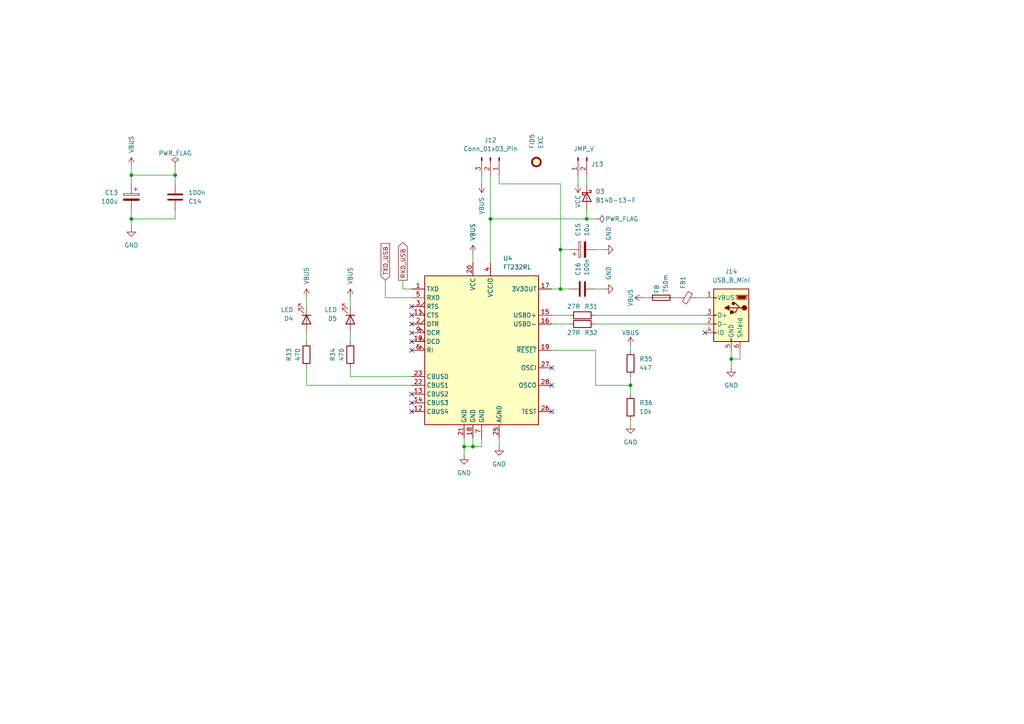
<source format=kicad_sch>
(kicad_sch (version 20230121) (generator eeschema)
  (paper "A4")
  (title_block (title "${acronym} - ${title}") (date "${date}") (rev "${revision}") (company "${company}") (comment 1 "${creator}") (comment 2 "${license}"))
  (lib_symbols
    (symbol "Connector:Conn_01x02_Pin" (pin_names (offset 1.016) hide)
      (property "Reference" "J" (at 0 2.54 0))
      (property "Value" "Conn_01x02_Pin" (at 0 -5.08 0))
      (symbol "Conn_01x02_Pin_1_1"
        (polyline (pts (xy 1.27 -2.54) (xy 0.8636 -2.54)) (stroke (width 0.1524)))
        (polyline (pts (xy 1.27 0) (xy 0.8636 0)) (stroke (width 0.1524)))
        (rectangle (start 0.8636 -2.413) (end 0 -2.667) (stroke (width 0.1524)) (fill (type outline)))
        (rectangle (start 0.8636 0.127) (end 0 -0.127) (stroke (width 0.1524)) (fill (type outline)))
        (pin passive line (at 5.08 0 180) (length 3.81) (name "Pin_1") (number "1"))
        (pin passive line (at 5.08 -2.54 180) (length 3.81) (name "Pin_2") (number "2"))
      )
    )
    (symbol "Connector:Conn_01x03_Pin" (pin_names (offset 1.016) hide)
      (property "Reference" "J" (at 0 5.08 0))
      (property "Value" "Conn_01x03_Pin" (at 0 -5.08 0))
      (symbol "Conn_01x03_Pin_1_1"
        (polyline (pts (xy 1.27 -2.54) (xy 0.8636 -2.54)) (stroke (width 0.1524)))
        (polyline (pts (xy 1.27 0) (xy 0.8636 0)) (stroke (width 0.1524)))
        (polyline (pts (xy 1.27 2.54) (xy 0.8636 2.54)) (stroke (width 0.1524)))
        (rectangle (start 0.8636 -2.413) (end 0 -2.667) (stroke (width 0.1524)) (fill (type outline)))
        (rectangle (start 0.8636 0.127) (end 0 -0.127) (stroke (width 0.1524)) (fill (type outline)))
        (rectangle (start 0.8636 2.667) (end 0 2.413) (stroke (width 0.1524)) (fill (type outline)))
        (pin passive line (at 5.08 2.54 180) (length 3.81) (name "Pin_1") (number "1"))
        (pin passive line (at 5.08 0 180) (length 3.81) (name "Pin_2") (number "2"))
        (pin passive line (at 5.08 -2.54 180) (length 3.81) (name "Pin_3") (number "3"))
      )
    )
    (symbol "Connector:USB_B_Mini" (pin_names (offset 1.016))
      (property "Reference" "J" (at -5.08 11.43 0))
      (property "Value" "USB_B_Mini" (at -5.08 8.89 0))
      (symbol "USB_B_Mini_0_1"
        (rectangle (start -5.08 -7.62) (end 5.08 7.62) (stroke (width 0.254)) (fill (type background)))
        (circle (center -3.81 2.159) (radius 0.635) (stroke (width 0.254)) (fill (type outline)))
        (circle (center -0.635 3.429) (radius 0.381) (stroke (width 0.254)) (fill (type outline)))
        (rectangle (start -0.127 -7.62) (end 0.127 -6.858))
        (polyline (pts (xy -1.905 2.159) (xy 0.635 2.159)) (stroke (width 0.254)))
        (polyline (pts (xy -3.175 2.159) (xy -2.54 2.159) (xy -1.27 3.429) (xy -0.635 3.429)) (stroke (width 0.254)))
        (polyline (pts (xy -2.54 2.159) (xy -1.905 2.159) (xy -1.27 0.889) (xy 0 0.889)) (stroke (width 0.254)))
        (polyline (pts (xy 0.635 2.794) (xy 0.635 1.524) (xy 1.905 2.159) (xy 0.635 2.794)) (stroke (width 0.254)) (fill (type outline)))
        (polyline (pts (xy -4.318 5.588) (xy -1.778 5.588) (xy -2.032 4.826) (xy -4.064 4.826) (xy -4.318 5.588)) (fill (type outline)))
        (polyline (pts (xy -4.699 5.842) (xy -4.699 5.588) (xy -4.445 4.826) (xy -4.445 4.572) (xy -1.651 4.572) (xy -1.651 4.826) (xy -1.397 5.588) (xy -1.397 5.842) (xy -4.699 5.842)))
        (rectangle (start 0.254 1.27) (end -0.508 0.508) (stroke (width 0.254)) (fill (type outline)))
        (rectangle (start 5.08 -5.207) (end 4.318 -4.953))
        (rectangle (start 5.08 -2.667) (end 4.318 -2.413))
        (rectangle (start 5.08 -0.127) (end 4.318 0.127))
        (rectangle (start 5.08 4.953) (end 4.318 5.207))
      )
      (symbol "USB_B_Mini_1_1"
        (pin power_out line (at 7.62 5.08 180) (length 2.54) (name "VBUS") (number "1"))
        (pin bidirectional line (at 7.62 -2.54 180) (length 2.54) (name "D-") (number "2"))
        (pin bidirectional line (at 7.62 0 180) (length 2.54) (name "D+") (number "3"))
        (pin passive line (at 7.62 -5.08 180) (length 2.54) (name "ID") (number "4"))
        (pin power_out line (at 0 -10.16 90) (length 2.54) (name "GND") (number "5"))
        (pin passive line (at -2.54 -10.16 90) (length 2.54) (name "Shield") (number "6"))
      )
    )
    (symbol "Device:C" (pin_numbers hide) (pin_names (offset 0.254))
      (property "Reference" "C" (at 0.635 2.54 0))
      (property "Value" "C" (at 0.635 -2.54 0))
      (symbol "C_0_1"
        (polyline (pts (xy -2.032 -0.762) (xy 2.032 -0.762)) (stroke (width 0.508)))
        (polyline (pts (xy -2.032 0.762) (xy 2.032 0.762)) (stroke (width 0.508)))
      )
      (symbol "C_1_1"
        (pin passive line (at 0 3.81 270) (length 2.794) (name "~") (number "1"))
        (pin passive line (at 0 -3.81 90) (length 2.794) (name "~") (number "2"))
      )
    )
    (symbol "Device:C_Polarized" (pin_numbers hide) (pin_names (offset 0.254))
      (property "Reference" "C" (at 0.635 2.54 0))
      (property "Value" "C_Polarized" (at 0.635 -2.54 0))
      (symbol "C_Polarized_0_1"
        (rectangle (start -2.286 0.508) (end 2.286 1.016))
        (polyline (pts (xy -1.778 2.286) (xy -0.762 2.286)))
        (polyline (pts (xy -1.27 2.794) (xy -1.27 1.778)))
        (rectangle (start 2.286 -0.508) (end -2.286 -1.016) (fill (type outline)))
      )
      (symbol "C_Polarized_1_1"
        (pin passive line (at 0 3.81 270) (length 2.794) (name "~") (number "1"))
        (pin passive line (at 0 -3.81 90) (length 2.794) (name "~") (number "2"))
      )
    )
    (symbol "Device:D_Schottky" (pin_numbers hide) (pin_names (offset 1.016) hide)
      (property "Reference" "D" (at 0 2.54 0))
      (property "Value" "D_Schottky" (at 0 -2.54 0))
      (symbol "D_Schottky_0_1"
        (polyline (pts (xy 1.27 0) (xy -1.27 0)))
        (polyline (pts (xy 1.27 1.27) (xy 1.27 -1.27) (xy -1.27 0) (xy 1.27 1.27)) (stroke (width 0.254)))
        (polyline (pts (xy -1.905 0.635) (xy -1.905 1.27) (xy -1.27 1.27) (xy -1.27 -1.27) (xy -0.635 -1.27) (xy -0.635 -0.635)) (stroke (width 0.254)))
      )
      (symbol "D_Schottky_1_1"
        (pin passive line (at -3.81 0 0) (length 2.54) (name "K") (number "1"))
        (pin passive line (at 3.81 0 180) (length 2.54) (name "A") (number "2"))
      )
    )
    (symbol "Device:FerriteBead_Small" (pin_numbers hide) (pin_names (offset 0))
      (property "Reference" "FB" (at 1.905 1.27 0))
      (property "Value" "FerriteBead_Small" (at 1.905 -1.27 0))
      (symbol "FerriteBead_Small_0_1"
        (polyline (pts (xy 0 -1.27) (xy 0 -0.7874)))
        (polyline (pts (xy 0 0.889) (xy 0 1.2954)))
        (polyline (pts (xy -1.8288 0.2794) (xy -1.1176 1.4986) (xy 1.8288 -0.2032) (xy 1.1176 -1.4224) (xy -1.8288 0.2794)))
      )
      (symbol "FerriteBead_Small_1_1"
        (pin passive line (at 0 2.54 270) (length 1.27) (name "~") (number "1"))
        (pin passive line (at 0 -2.54 90) (length 1.27) (name "~") (number "2"))
      )
    )
    (symbol "Device:Fuse" (pin_numbers hide) (pin_names (offset 0))
      (property "Reference" "F" (at 2.032 0 90))
      (property "Value" "Fuse" (at -1.905 0 90))
      (symbol "Fuse_0_1"
        (rectangle (start -0.762 -2.54) (end 0.762 2.54) (stroke (width 0.254)))
        (polyline (pts (xy 0 2.54) (xy 0 -2.54)))
      )
      (symbol "Fuse_1_1"
        (pin passive line (at 0 3.81 270) (length 1.27) (name "~") (number "1"))
        (pin passive line (at 0 -3.81 90) (length 1.27) (name "~") (number "2"))
      )
    )
    (symbol "Device:LED" (pin_numbers hide) (pin_names (offset 1.016) hide)
      (property "Reference" "D" (at 0 2.54 0))
      (property "Value" "LED" (at 0 -2.54 0))
      (symbol "LED_0_1"
        (polyline (pts (xy -1.27 -1.27) (xy -1.27 1.27)) (stroke (width 0.254)))
        (polyline (pts (xy -1.27 0) (xy 1.27 0)))
        (polyline (pts (xy 1.27 -1.27) (xy 1.27 1.27) (xy -1.27 0) (xy 1.27 -1.27)) (stroke (width 0.254)))
        (polyline (pts (xy -3.048 -0.762) (xy -4.572 -2.286) (xy -3.81 -2.286) (xy -4.572 -2.286) (xy -4.572 -1.524)))
        (polyline (pts (xy -1.778 -0.762) (xy -3.302 -2.286) (xy -2.54 -2.286) (xy -3.302 -2.286) (xy -3.302 -1.524)))
      )
      (symbol "LED_1_1"
        (pin passive line (at -3.81 0 0) (length 2.54) (name "K") (number "1"))
        (pin passive line (at 3.81 0 180) (length 2.54) (name "A") (number "2"))
      )
    )
    (symbol "Device:R" (pin_numbers hide) (pin_names (offset 0))
      (property "Reference" "R" (at 2.032 0 90))
      (property "Value" "R" (at 0 0 90))
      (symbol "R_0_1"
        (rectangle (start -1.016 -2.54) (end 1.016 2.54) (stroke (width 0.254)))
      )
      (symbol "R_1_1"
        (pin passive line (at 0 3.81 270) (length 1.27) (name "~") (number "1"))
        (pin passive line (at 0 -3.81 90) (length 1.27) (name "~") (number "2"))
      )
    )
    (symbol "Interface_USB:FT232RL"
      (property "Reference" "U" (at -16.51 22.86 0))
      (property "Value" "FT232RL" (at 10.16 22.86 0))
      (symbol "FT232RL_0_1"
        (rectangle (start -16.51 21.59) (end 16.51 -21.59) (stroke (width 0.254)) (fill (type background)))
      )
      (symbol "FT232RL_1_1"
        (pin output line (at 20.32 17.78 180) (length 3.81) (name "TXD") (number "1"))
        (pin input input_low (at 20.32 2.54 180) (length 3.81) (name "DCD") (number "10"))
        (pin input input_low (at 20.32 10.16 180) (length 3.81) (name "CTS") (number "11"))
        (pin bidirectional line (at 20.32 -17.78 180) (length 3.81) (name "CBUS4") (number "12"))
        (pin bidirectional line (at 20.32 -12.7 180) (length 3.81) (name "CBUS2") (number "13"))
        (pin bidirectional line (at 20.32 -15.24 180) (length 3.81) (name "CBUS3") (number "14"))
        (pin bidirectional line (at -20.32 10.16 0) (length 3.81) (name "USBD+") (number "15"))
        (pin bidirectional line (at -20.32 7.62 0) (length 3.81) (name "USBD-") (number "16"))
        (pin power_out line (at -20.32 17.78 0) (length 3.81) (name "3V3OUT") (number "17"))
        (pin power_in line (at 2.54 -25.4 90) (length 3.81) (name "GND") (number "18"))
        (pin input line (at -20.32 0 0) (length 3.81) (name "~{RESET}") (number "19"))
        (pin output output_low (at 20.32 7.62 180) (length 3.81) (name "DTR") (number "2"))
        (pin power_in line (at 2.54 25.4 270) (length 3.81) (name "VCC") (number "20"))
        (pin power_in line (at 5.08 -25.4 90) (length 3.81) (name "GND") (number "21"))
        (pin bidirectional line (at 20.32 -10.16 180) (length 3.81) (name "CBUS1") (number "22"))
        (pin bidirectional line (at 20.32 -7.62 180) (length 3.81) (name "CBUS0") (number "23"))
        (pin power_in line (at -5.08 -25.4 90) (length 3.81) (name "AGND") (number "25"))
        (pin input line (at -20.32 -17.78 0) (length 3.81) (name "TEST") (number "26"))
        (pin input line (at -20.32 -5.08 0) (length 3.81) (name "OSCI") (number "27"))
        (pin output line (at -20.32 -10.16 0) (length 3.81) (name "OSCO") (number "28"))
        (pin output output_low (at 20.32 12.7 180) (length 3.81) (name "RTS") (number "3"))
        (pin power_in line (at -2.54 25.4 270) (length 3.81) (name "VCCIO") (number "4"))
        (pin input line (at 20.32 15.24 180) (length 3.81) (name "RXD") (number "5"))
        (pin input input_low (at 20.32 0 180) (length 3.81) (name "RI") (number "6"))
        (pin power_in line (at 0 -25.4 90) (length 3.81) (name "GND") (number "7"))
        (pin input input_low (at 20.32 5.08 180) (length 3.81) (name "DCR") (number "9"))
      )
    )
    (symbol "Mechanical:Fiducial"
      (property "Reference" "FID" (at 0 5.08 0))
      (property "Value" "Fiducial" (at 0 3.175 0))
      (symbol "Fiducial_0_1"
        (circle (center 0 0) (radius 1.27) (stroke (width 0.508)) (fill (type background)))
      )
    )
    (symbol "power:GND" (power) (pin_names (offset 0))
      (property "Value" "GND" (at 0 -3.81 0))
      (symbol "GND_0_1"
        (polyline (pts (xy 0 0) (xy 0 -1.27) (xy 1.27 -1.27) (xy 0 -2.54) (xy -1.27 -1.27) (xy 0 -1.27)))
      )
      (symbol "GND_1_1"
        (pin power_in line (at 0 0 270) (length 0) hide (name "GND") (number "1"))
      )
    )
    (symbol "power:PWR_FLAG" (power) (pin_numbers hide) (pin_names (offset 0) hide)
      (property "Value" "PWR_FLAG" (at 0 3.81 0))
      (symbol "PWR_FLAG_0_0"
        (pin power_out line (at 0 0 90) (length 0) (name "pwr") (number "1"))
      )
      (symbol "PWR_FLAG_0_1"
        (polyline (pts (xy 0 0) (xy 0 1.27) (xy -1.016 1.905) (xy 0 2.54) (xy 1.016 1.905) (xy 0 1.27)))
      )
    )
    (symbol "power:VBUS" (power) (pin_names (offset 0))
      (property "Value" "VBUS" (at 0 3.81 0))
      (symbol "VBUS_0_1"
        (polyline (pts (xy -0.762 1.27) (xy 0 2.54)))
        (polyline (pts (xy 0 0) (xy 0 2.54)))
        (polyline (pts (xy 0 2.54) (xy 0.762 1.27)))
      )
      (symbol "VBUS_1_1"
        (pin power_in line (at 0 0 90) (length 0) hide (name "VBUS") (number "1"))
      )
    )
    (symbol "power:VCC" (power) (pin_names (offset 0))
      (property "Value" "VCC" (at 0 3.81 0))
      (symbol "VCC_0_1"
        (polyline (pts (xy -0.762 1.27) (xy 0 2.54)))
        (polyline (pts (xy 0 0) (xy 0 2.54)))
        (polyline (pts (xy 0 2.54) (xy 0.762 1.27)))
      )
      (symbol "VCC_1_1"
        (pin power_in line (at 0 0 90) (length 0) hide (name "VCC") (number "1"))
      )
    )
  )
  (junction (at 212.09 104.14))
  (junction (at 170.18 63.5))
  (junction (at 38.1 63.5))
  (junction (at 137.16 129.54))
  (junction (at 162.56 83.82))
  (junction (at 38.1 50.8))
  (junction (at 50.8 50.8))
  (junction (at 142.24 63.5))
  (junction (at 182.88 111.76))
  (junction (at 162.56 72.39))
  (junction (at 134.62 129.54))
  (no_connect (at 119.38 96.52))
  (no_connect (at 119.38 114.3))
  (no_connect (at 119.38 88.9))
  (no_connect (at 204.47 96.52))
  (no_connect (at 119.38 116.84))
  (no_connect (at 119.38 101.6))
  (no_connect (at 119.38 119.38))
  (no_connect (at 119.38 91.44))
  (no_connect (at 160.02 111.76))
  (no_connect (at 160.02 119.38))
  (no_connect (at 160.02 106.68))
  (no_connect (at 119.38 99.06))
  (no_connect (at 119.38 93.98))
  (wire (pts (xy 162.56 53.34) (xy 162.56 72.39)))
  (wire (pts (xy 201.93 86.36) (xy 204.47 86.36)))
  (wire (pts (xy 182.88 100.33) (xy 182.88 101.6)))
  (wire (pts (xy 101.6 106.68) (xy 101.6 109.22)))
  (wire (pts (xy 186.69 86.36) (xy 187.96 86.36)))
  (wire (pts (xy 195.58 86.36) (xy 196.85 86.36)))
  (wire (pts (xy 172.72 93.98) (xy 204.47 93.98)))
  (wire (pts (xy 101.6 96.52) (xy 101.6 99.06)))
  (wire (pts (xy 162.56 83.82) (xy 165.1 83.82)))
  (wire (pts (xy 38.1 53.34) (xy 38.1 50.8)))
  (wire (pts (xy 88.9 106.68) (xy 88.9 111.76)))
  (wire (pts (xy 38.1 63.5) (xy 50.8 63.5)))
  (wire (pts (xy 88.9 86.36) (xy 88.9 88.9)))
  (wire (pts (xy 88.9 111.76) (xy 119.38 111.76)))
  (wire (pts (xy 139.7 127) (xy 139.7 129.54)))
  (wire (pts (xy 165.1 93.98) (xy 160.02 93.98)))
  (wire (pts (xy 182.88 109.22) (xy 182.88 111.76)))
  (wire (pts (xy 101.6 86.36) (xy 101.6 88.9)))
  (wire (pts (xy 182.88 111.76) (xy 182.88 114.3)))
  (wire (pts (xy 137.16 127) (xy 137.16 129.54)))
  (wire (pts (xy 172.72 111.76) (xy 182.88 111.76)))
  (wire (pts (xy 144.78 127) (xy 144.78 129.54)))
  (wire (pts (xy 144.78 53.34) (xy 162.56 53.34)))
  (wire (pts (xy 137.16 73.66) (xy 137.16 76.2)))
  (wire (pts (xy 170.18 63.5) (xy 172.72 63.5)))
  (wire (pts (xy 182.88 121.92) (xy 182.88 123.19)))
  (wire (pts (xy 212.09 101.6) (xy 212.09 104.14)))
  (wire (pts (xy 172.72 83.82) (xy 175.26 83.82)))
  (wire (pts (xy 167.64 53.34) (xy 167.64 50.8)))
  (wire (pts (xy 170.18 60.96) (xy 170.18 63.5)))
  (wire (pts (xy 38.1 63.5) (xy 38.1 66.04)))
  (wire (pts (xy 137.16 129.54) (xy 139.7 129.54)))
  (wire (pts (xy 38.1 50.8) (xy 50.8 50.8)))
  (wire (pts (xy 38.1 60.96) (xy 38.1 63.5)))
  (wire (pts (xy 142.24 63.5) (xy 170.18 63.5)))
  (wire (pts (xy 160.02 101.6) (xy 172.72 101.6)))
  (wire (pts (xy 165.1 91.44) (xy 160.02 91.44)))
  (wire (pts (xy 212.09 104.14) (xy 212.09 106.68)))
  (wire (pts (xy 88.9 96.52) (xy 88.9 99.06)))
  (wire (pts (xy 172.72 91.44) (xy 204.47 91.44)))
  (wire (pts (xy 162.56 72.39) (xy 162.56 83.82)))
  (wire (pts (xy 111.76 86.36) (xy 119.38 86.36)))
  (wire (pts (xy 162.56 72.39) (xy 165.1 72.39)))
  (wire (pts (xy 139.7 50.8) (xy 139.7 53.34)))
  (wire (pts (xy 172.72 72.39) (xy 175.26 72.39)))
  (wire (pts (xy 50.8 60.96) (xy 50.8 63.5)))
  (wire (pts (xy 142.24 50.8) (xy 142.24 63.5)))
  (wire (pts (xy 38.1 48.26) (xy 38.1 50.8)))
  (wire (pts (xy 214.63 101.6) (xy 214.63 104.14)))
  (wire (pts (xy 172.72 101.6) (xy 172.72 111.76)))
  (wire (pts (xy 50.8 53.34) (xy 50.8 50.8)))
  (wire (pts (xy 144.78 50.8) (xy 144.78 53.34)))
  (wire (pts (xy 134.62 127) (xy 134.62 129.54)))
  (wire (pts (xy 101.6 109.22) (xy 119.38 109.22)))
  (wire (pts (xy 50.8 48.26) (xy 50.8 50.8)))
  (wire (pts (xy 116.84 83.82) (xy 119.38 83.82)))
  (wire (pts (xy 170.18 50.8) (xy 170.18 53.34)))
  (wire (pts (xy 160.02 83.82) (xy 162.56 83.82)))
  (wire (pts (xy 134.62 129.54) (xy 134.62 132.08)))
  (wire (pts (xy 116.84 81.28) (xy 116.84 83.82)))
  (wire (pts (xy 142.24 63.5) (xy 142.24 76.2)))
  (wire (pts (xy 134.62 129.54) (xy 137.16 129.54)))
  (wire (pts (xy 111.76 81.28) (xy 111.76 86.36)))
  (wire (pts (xy 212.09 104.14) (xy 214.63 104.14)))
  (global_label "TXD_USB" (shape input) (at 111.76 81.28 90) (property "Intersheetrefs" "${INTERSHEET_REFS}" (effects hide)))
  (global_label "RXD_USB" (shape output) (at 116.84 81.28 90) (property "Intersheetrefs" "${INTERSHEET_REFS}" (effects hide)))
  (symbol (lib_id "power:GND") (at 38.1 66.04 0) (unit 1)
    (property "Reference" "#PWR050" (effects hide))
    (property "Value" "GND" (at 38.1 71.12 0))
  )
  (symbol (lib_id "Device:D_Schottky") (at 170.18 57.15 270) (unit 1)
    (property "Reference" "D3" (at 172.72 55.5625 90) (effects (justify left)))
    (property "Value" "B140-13-F" (at 172.72 58.1025 90) (effects (justify left)))
    (property "Footprint" "Diode_SMD:D_SMA" (effects hide))
    (property "Vendor" "HTL" (effects hide))
    (property "VendorId" "103360" (effects hide))
  )
  (symbol (lib_id "power:VBUS") (at 182.88 100.33 0) (unit 1)
    (property "Reference" "#PWR057" (effects hide))
    (property "Value" "VBUS" (at 182.88 96.52 0))
  )
  (symbol (lib_id "Device:C_Polarized") (at 168.91 72.39 90) (unit 1)
    (property "Reference" "C15" (at 167.64 68.58 0) (effects (justify left)))
    (property "Value" "10u" (at 170.18 68.58 0) (effects (justify left)))
    (property "Footprint" "Capacitor_SMD:CP_Elec_5x5.4" (effects hide))
    (property "Vendor" "DigiKey" (effects hide))
    (property "VendorId" "1572-ATB106M050D058CT-ND" (effects hide))
  )
  (symbol (lib_id "Device:Fuse") (at 191.77 86.36 270) (unit 1)
    (property "Reference" "F8" (at 190.5 85.09 0) (effects (justify right)))
    (property "Value" "750m" (at 193.04 85.09 0) (effects (justify right)))
    (property "Footprint" "Fuse:Fuse_1206_3216Metric" (effects hide))
    (property "Vendor" "DigiKey" (effects hide))
    (property "VendorId" "507-1805-1-ND" (effects hide))
  )
  (symbol (lib_id "Device:LED") (at 101.6 92.71 270) (unit 1)
    (property "Reference" "D5" (at 97.79 92.3925 90) (effects (justify right)))
    (property "Value" "LED" (at 97.79 89.8525 90) (effects (justify right)))
    (property "Footprint" "LED_SMD:LED_1206_3216Metric" (effects hide))
    (property "Vendor" "HTL" (effects hide))
    (property "VendorId" "100457" (effects hide))
  )
  (symbol (lib_id "power:GND") (at 175.26 83.82 90) (mirror x) (unit 1)
    (property "Reference" "#PWR053" (effects hide))
    (property "Value" "GND" (at 176.53 81.28 0) (effects (justify right)))
  )
  (symbol (lib_id "Device:R") (at 88.9 102.87 0) (mirror y) (unit 1)
    (property "Reference" "R33" (at 83.82 102.87 90))
    (property "Value" "470" (at 86.36 102.87 90))
    (property "Footprint" "Resistor_SMD:R_1206_3216Metric" (effects hide))
    (property "Vendor" "HTL" (effects hide))
    (property "VendorId" "102944" (effects hide))
  )
  (symbol (lib_id "Device:R") (at 168.91 93.98 270) (unit 1)
    (property "Reference" "R32" (at 171.45 96.52 90))
    (property "Value" "27R" (at 166.37 96.52 90))
    (property "Footprint" "Resistor_SMD:R_1206_3216Metric" (effects hide))
    (property "Vendor" "HTL" (effects hide))
    (property "VendorId" "102920" (effects hide))
  )
  (symbol (lib_id "power:GND") (at 144.78 129.54 0) (mirror y) (unit 1)
    (property "Reference" "#PWR060" (effects hide))
    (property "Value" "GND" (at 144.78 134.62 0))
  )
  (symbol (lib_id "power:GND") (at 175.26 72.39 90) (mirror x) (unit 1)
    (property "Reference" "#PWR051" (effects hide))
    (property "Value" "GND" (at 176.53 69.85 0) (effects (justify right)))
  )
  (symbol (lib_id "Device:R") (at 182.88 105.41 180) (unit 1)
    (property "Reference" "R35" (at 185.42 104.14 0) (effects (justify right)))
    (property "Value" "4k7" (at 185.42 106.68 0) (effects (justify right)))
    (property "Footprint" "Resistor_SMD:R_1206_3216Metric" (effects hide))
    (property "Vendor" "HTL" (effects hide))
    (property "VendorId" "102961" (effects hide))
  )
  (symbol (lib_id "Device:R") (at 168.91 91.44 270) (mirror x) (unit 1)
    (property "Reference" "R31" (at 171.45 88.9 90))
    (property "Value" "27R" (at 166.37 88.9 90))
    (property "Footprint" "Resistor_SMD:R_1206_3216Metric" (effects hide))
    (property "Vendor" "HTL" (effects hide))
    (property "VendorId" "102920" (effects hide))
  )
  (symbol (lib_id "Device:LED") (at 88.9 92.71 270) (unit 1)
    (property "Reference" "D4" (at 85.09 92.3925 90) (effects (justify right)))
    (property "Value" "LED" (at 85.09 89.8525 90) (effects (justify right)))
    (property "Footprint" "LED_SMD:LED_1206_3216Metric" (effects hide))
    (property "Vendor" "HTL" (effects hide))
    (property "VendorId" "100457" (effects hide))
  )
  (symbol (lib_id "power:PWR_FLAG") (at 172.72 63.5 270) (mirror x) (unit 1)
    (property "Reference" "#FLG05" (effects hide))
    (property "Value" "PWR_FLAG" (at 180.34 63.5 90))
  )
  (symbol (lib_id "power:VBUS") (at 139.7 53.34 0) (mirror x) (unit 1)
    (property "Reference" "#PWR048" (effects hide))
    (property "Value" "VBUS" (at 139.7 59.69 90))
  )
  (symbol (lib_id "power:PWR_FLAG") (at 50.8 48.26 0) (mirror y) (unit 1)
    (property "Reference" "#FLG04" (effects hide))
    (property "Value" "PWR_FLAG" (at 50.8 44.45 0))
  )
  (symbol (lib_id "power:GND") (at 182.88 123.19 0) (mirror y) (unit 1)
    (property "Reference" "#PWR059" (effects hide))
    (property "Value" "GND" (at 182.88 128.27 0))
  )
  (symbol (lib_id "power:VBUS") (at 38.1 48.26 0) (mirror y) (unit 1)
    (property "Reference" "#PWR047" (effects hide))
    (property "Value" "VBUS" (at 38.1 41.91 90))
  )
  (symbol (lib_id "power:GND") (at 212.09 106.68 0) (mirror y) (unit 1)
    (property "Reference" "#PWR058" (effects hide))
    (property "Value" "GND" (at 212.09 111.76 0))
  )
  (symbol (lib_id "Device:FerriteBead_Small") (at 199.39 86.36 90) (unit 1)
    (property "Reference" "FB1" (at 198.0819 83.82 0) (effects (justify left)))
    (property "Value" "FerriteBead_Small" (effects hide))
    (property "Footprint" "Inductor_SMD:L_1206_3216Metric" (effects hide))
    (property "Vendor" "DigiKey" (effects hide))
    (property "VendorId" "1934-1489-1-ND" (effects hide))
  )
  (symbol (lib_id "Device:R") (at 182.88 118.11 180) (unit 1)
    (property "Reference" "R36" (at 185.42 116.84 0) (effects (justify right)))
    (property "Value" "10k" (at 185.42 119.38 0) (effects (justify right)))
    (property "Footprint" "Resistor_SMD:R_1206_3216Metric" (effects hide))
    (property "Vendor" "HTL" (effects hide))
    (property "VendorId" "102967" (effects hide))
  )
  (symbol (lib_id "power:VBUS") (at 88.9 86.36 0) (unit 1)
    (property "Reference" "#PWR054" (effects hide))
    (property "Value" "VBUS" (at 88.9 80.01 90))
  )
  (symbol (lib_id "Connector:Conn_01x03_Pin") (at 142.24 45.72 270) (unit 1)
    (property "Reference" "J12" (at 142.24 40.64 90))
    (property "Value" "Conn_01x03_Pin" (at 142.24 43.18 90))
    (property "Footprint" "Connector_PinHeader_2.54mm:PinHeader_1x03_P2.54mm_Vertical" (effects hide))
    (property "Vendor" "HTL" (effects hide))
    (property "VendorId" "101521" (effects hide))
  )
  (symbol (lib_id "power:VBUS") (at 137.16 73.66 0) (unit 1)
    (property "Reference" "#PWR052" (effects hide))
    (property "Value" "VBUS" (at 137.16 67.31 90))
  )
  (symbol (lib_id "Device:C") (at 50.8 57.15 0) (mirror y) (unit 1)
    (property "Reference" "C14" (at 54.61 58.42 0) (effects (justify right)))
    (property "Value" "100n" (at 54.61 55.88 0) (effects (justify right)))
    (property "Footprint" "Capacitor_SMD:C_1206_3216Metric" (effects hide))
    (property "Vendor" "HTL" (effects hide))
    (property "VendorId" "100128" (effects hide))
  )
  (symbol (lib_id "Device:C") (at 168.91 83.82 270) (unit 1)
    (property "Reference" "C16" (at 167.64 80.01 0) (effects (justify right)))
    (property "Value" "100n" (at 170.18 80.01 0) (effects (justify right)))
    (property "Footprint" "Capacitor_SMD:C_1206_3216Metric" (effects hide))
    (property "Vendor" "HTL" (effects hide))
    (property "VendorId" "100128" (effects hide))
  )
  (symbol (lib_id "Connector:Conn_01x02_Pin") (at 167.64 45.72 90) (mirror x) (unit 1)
    (property "Reference" "J13" (at 171.45 47.625 90) (effects (justify right)))
    (property "Value" "JMP_V" (at 166.37 43.18 90) (effects (justify right)))
    (property "Footprint" "Connector_PinHeader_2.54mm:PinHeader_1x02_P2.54mm_Vertical" (effects hide))
    (property "Vendor" "HTL" (effects hide))
    (property "VendorId" "101521" (effects hide))
  )
  (symbol (lib_id "power:VCC") (at 167.64 53.34 0) (mirror x) (unit 1)
    (property "Reference" "#PWR049" (effects hide))
    (property "Value" "VCC" (at 167.64 58.42 90))
  )
  (symbol (lib_id "power:VBUS") (at 186.69 86.36 90) (mirror x) (unit 1)
    (property "Reference" "#PWR056" (effects hide))
    (property "Value" "VBUS" (at 182.88 86.36 0))
  )
  (symbol (lib_id "Mechanical:Fiducial") (at 155.575 46.99 0) (unit 1)
    (property "Reference" "FID5" (at 154.305 43.18 90) (effects (justify left)))
    (property "Value" "EXC" (at 156.845 43.18 90) (effects (justify left)))
    (property "Footprint" "Symbol_Specific:Symbol_Attention_2x2mm_SilkScreen" (effects hide))
  )
  (symbol (lib_id "power:VBUS") (at 101.6 86.36 0) (mirror y) (unit 1)
    (property "Reference" "#PWR055" (effects hide))
    (property "Value" "VBUS" (at 101.6 80.01 90))
  )
  (symbol (lib_id "Device:R") (at 101.6 102.87 0) (mirror y) (unit 1)
    (property "Reference" "R34" (at 96.52 102.87 90))
    (property "Value" "470" (at 99.06 102.87 90))
    (property "Footprint" "Resistor_SMD:R_1206_3216Metric" (effects hide))
    (property "Vendor" "HTL" (effects hide))
    (property "VendorId" "102944" (effects hide))
  )
  (symbol (lib_id "Interface_USB:FT232RL") (at 139.7 101.6 0) (mirror y) (unit 1)
    (property "Reference" "U4" (at 145.8661 74.93 0) (effects (justify right)))
    (property "Value" "FT232RL" (at 145.8661 77.47 0) (effects (justify right)))
    (property "Footprint" "Package_SO:SSOP-28_5.3x10.2mm_P0.65mm" (effects hide))
    (property "Datasheet" "https://www.ftdichip.com/Support/Documents/DataSheets/ICs/DS_FT232R.pdf" (effects hide))
    (property "Vendor" "DigiKey" (effects hide))
    (property "VendorId" "768-1007-1-ND" (effects hide))
  )
  (symbol (lib_id "Connector:USB_B_Mini") (at 212.09 91.44 0) (mirror y) (unit 1)
    (property "Reference" "J14" (at 212.09 78.74 0))
    (property "Value" "USB_B_Mini" (at 212.09 81.28 0))
    (property "Footprint" "Connector_USB:USB_Mini-B_Lumberg_2486_01_Horizontal" (effects hide))
    (property "Vendor" "HTL" (effects hide))
    (property "VendorId" "103257" (effects hide))
  )
  (symbol (lib_id "power:GND") (at 134.62 132.08 0) (mirror y) (unit 1)
    (property "Reference" "#PWR061" (effects hide))
    (property "Value" "GND" (at 134.62 137.16 0))
  )
  (symbol (lib_id "Device:C_Polarized") (at 38.1 57.15 0) (mirror y) (unit 1)
    (property "Reference" "C13" (at 34.29 55.88 0) (effects (justify left)))
    (property "Value" "100u" (at 34.29 58.42 0) (effects (justify left)))
    (property "Footprint" "Capacitor_SMD:CP_Elec_5x5.4" (effects hide))
    (property "Vendor" "DigiKey" (effects hide))
    (property "VendorId" "10-EEE-FN1C101URCT-ND" (effects hide))
  )
)
</source>
